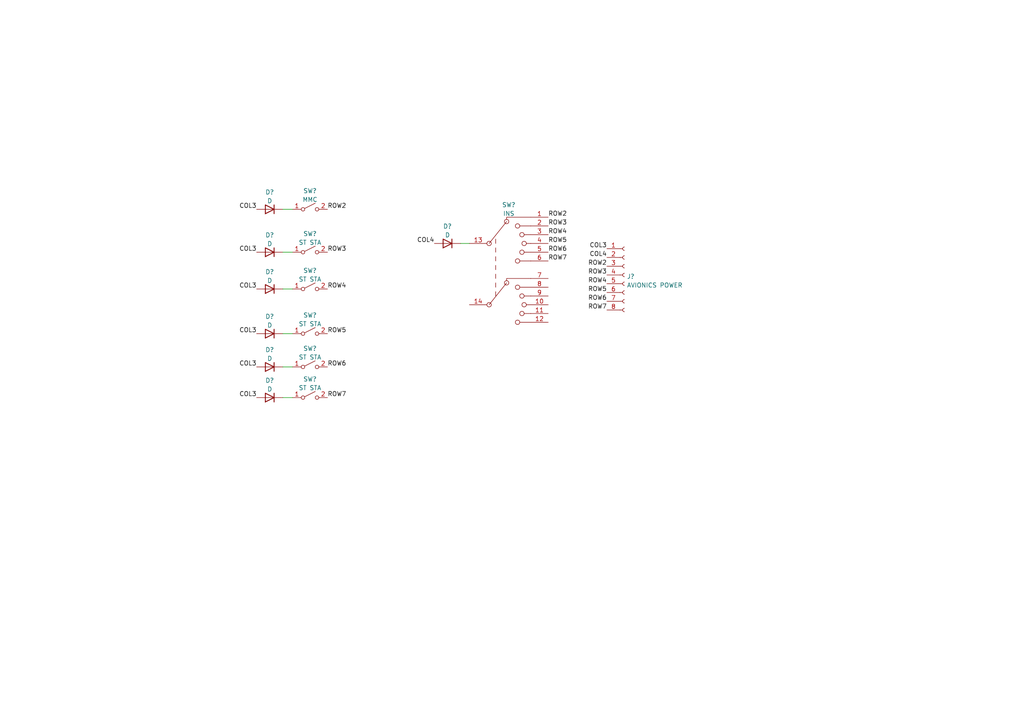
<source format=kicad_sch>
(kicad_sch (version 20211123) (generator eeschema)
  (paper "A4")
  (lib_symbols
    (symbol "Connector:Conn_01x08_Female" (pin_names (offset 1.016) hide)
      (property "Reference" "J" (at 0 10.16 0))
      (property "Value" "Conn_01x08_Female" (at 0 -12.7 0))
      (symbol "Conn_01x08_Female_1_1"
        (arc (start 0 -9.652) (mid -0.508 -10.16) (end 0 -10.668) (stroke (width 0.1524)))
        (arc (start 0 -7.112) (mid -0.508 -7.62) (end 0 -8.128) (stroke (width 0.1524)))
        (arc (start 0 -4.572) (mid -0.508 -5.08) (end 0 -5.588) (stroke (width 0.1524)))
        (arc (start 0 -2.032) (mid -0.508 -2.54) (end 0 -3.048) (stroke (width 0.1524)))
        (polyline (pts (xy -1.27 -10.16) (xy -0.508 -10.16)) (stroke (width 0.1524)))
        (polyline (pts (xy -1.27 -7.62) (xy -0.508 -7.62)) (stroke (width 0.1524)))
        (polyline (pts (xy -1.27 -5.08) (xy -0.508 -5.08)) (stroke (width 0.1524)))
        (polyline (pts (xy -1.27 -2.54) (xy -0.508 -2.54)) (stroke (width 0.1524)))
        (polyline (pts (xy -1.27 0) (xy -0.508 0)) (stroke (width 0.1524)))
        (polyline (pts (xy -1.27 2.54) (xy -0.508 2.54)) (stroke (width 0.1524)))
        (polyline (pts (xy -1.27 5.08) (xy -0.508 5.08)) (stroke (width 0.1524)))
        (polyline (pts (xy -1.27 7.62) (xy -0.508 7.62)) (stroke (width 0.1524)))
        (arc (start 0 0.508) (mid -0.508 0) (end 0 -0.508) (stroke (width 0.1524)))
        (arc (start 0 3.048) (mid -0.508 2.54) (end 0 2.032) (stroke (width 0.1524)))
        (arc (start 0 5.588) (mid -0.508 5.08) (end 0 4.572) (stroke (width 0.1524)))
        (arc (start 0 8.128) (mid -0.508 7.62) (end 0 7.112) (stroke (width 0.1524)))
        (pin passive line (at -5.08 7.62 0) (length 3.81) (name "Pin_1") (number "1"))
        (pin passive line (at -5.08 5.08 0) (length 3.81) (name "Pin_2") (number "2"))
        (pin passive line (at -5.08 2.54 0) (length 3.81) (name "Pin_3") (number "3"))
        (pin passive line (at -5.08 0 0) (length 3.81) (name "Pin_4") (number "4"))
        (pin passive line (at -5.08 -2.54 0) (length 3.81) (name "Pin_5") (number "5"))
        (pin passive line (at -5.08 -5.08 0) (length 3.81) (name "Pin_6") (number "6"))
        (pin passive line (at -5.08 -7.62 0) (length 3.81) (name "Pin_7") (number "7"))
        (pin passive line (at -5.08 -10.16 0) (length 3.81) (name "Pin_8") (number "8"))
      )
    )
    (symbol "Device:D" (pin_numbers hide) (pin_names (offset 1.016) hide)
      (property "Reference" "D" (at 0 2.54 0))
      (property "Value" "D" (at 0 -2.54 0))
      (symbol "D_0_1"
        (polyline (pts (xy -1.27 1.27) (xy -1.27 -1.27)) (stroke (width 0.254)))
        (polyline (pts (xy 1.27 0) (xy -1.27 0)))
        (polyline (pts (xy 1.27 1.27) (xy 1.27 -1.27) (xy -1.27 0) (xy 1.27 1.27)) (stroke (width 0.254)))
      )
      (symbol "D_1_1"
        (pin passive line (at -3.81 0 0) (length 2.54) (name "K") (number "1"))
        (pin passive line (at 3.81 0 180) (length 2.54) (name "A") (number "2"))
      )
    )
    (symbol "Switch:SW_Rotary2x6" (pin_names (offset 1.016) hide)
      (property "Reference" "SW" (at 0 17.78 0))
      (property "Value" "SW_Rotary2x6" (at 0 -17.78 0))
      (symbol "SW_Rotary2x6_0_0"
        (circle (center -4.445 -10.16) (radius 0.635))
        (circle (center -4.445 7.62) (radius 0.635))
        (polyline (pts (xy -4.445 -10.16) (xy 0.635 -3.81)))
        (polyline (pts (xy -4.445 7.62) (xy 0.635 13.97)))
        (polyline (pts (xy -2.54 -7.62) (xy -2.54 -6.35)))
        (polyline (pts (xy -2.54 -5.08) (xy -2.54 -3.81)))
        (polyline (pts (xy -2.54 -2.54) (xy -2.54 -1.27)))
        (polyline (pts (xy -2.54 0) (xy -2.54 1.27)))
        (polyline (pts (xy -2.54 2.54) (xy -2.54 3.81)))
        (polyline (pts (xy -2.54 5.08) (xy -2.54 6.35)))
        (polyline (pts (xy -2.54 7.62) (xy -2.54 8.89)))
        (polyline (pts (xy 4.445 -5.08) (xy 7.62 -5.08)))
        (polyline (pts (xy 4.445 12.7) (xy 7.62 12.7)))
        (polyline (pts (xy 5.715 -12.7) (xy 7.62 -12.7)))
        (polyline (pts (xy 5.715 -7.62) (xy 7.62 -7.62)))
        (polyline (pts (xy 5.715 5.08) (xy 7.62 5.08)))
        (polyline (pts (xy 5.715 10.16) (xy 7.62 10.16)))
        (polyline (pts (xy 6.35 -10.16) (xy 7.62 -10.16)))
        (polyline (pts (xy 6.35 7.62) (xy 7.62 7.62)))
        (polyline (pts (xy 7.62 -15.24) (xy 4.445 -15.24)))
        (polyline (pts (xy 7.62 2.54) (xy 4.445 2.54)))
        (polyline (pts (xy 0.635 -3.175) (xy 0.635 -2.54) (xy 7.62 -2.54)))
        (polyline (pts (xy 0.635 14.605) (xy 0.635 15.24) (xy 7.62 15.24)))
        (circle (center 0.635 -3.81) (radius 0.635))
        (circle (center 0.635 13.97) (radius 0.635))
        (circle (center 3.81 -15.24) (radius 0.635))
        (circle (center 3.81 -5.08) (radius 0.635))
        (circle (center 3.81 2.54) (radius 0.635))
        (circle (center 3.81 12.7) (radius 0.635))
        (circle (center 5.08 -12.7) (radius 0.635))
        (circle (center 5.08 -7.62) (radius 0.635))
        (circle (center 5.08 5.08) (radius 0.635))
        (circle (center 5.08 10.16) (radius 0.635))
        (circle (center 5.715 -10.16) (radius 0.635))
        (circle (center 5.715 7.62) (radius 0.635))
      )
      (symbol "SW_Rotary2x6_0_1"
        (pin passive line (at 12.7 15.24 180) (length 5.08) (name "1") (number "1"))
        (pin passive line (at 12.7 -10.16 180) (length 5.08) (name "10") (number "10"))
        (pin passive line (at 12.7 -12.7 180) (length 5.08) (name "11") (number "11"))
        (pin passive line (at 12.7 -15.24 180) (length 5.08) (name "12") (number "12"))
        (pin passive line (at -10.16 7.62 0) (length 5.08) (name "13") (number "13"))
        (pin passive line (at -10.16 -10.16 0) (length 5.08) (name "14") (number "14"))
        (pin passive line (at 12.7 12.7 180) (length 5.08) (name "2") (number "2"))
        (pin passive line (at 12.7 10.16 180) (length 5.08) (name "3") (number "3"))
        (pin passive line (at 12.7 7.62 180) (length 5.08) (name "4") (number "4"))
        (pin passive line (at 12.7 5.08 180) (length 5.08) (name "5") (number "5"))
        (pin passive line (at 12.7 2.54 180) (length 5.08) (name "6") (number "6"))
        (pin passive line (at 12.7 -2.54 180) (length 5.08) (name "7") (number "7"))
        (pin passive line (at 12.7 -5.08 180) (length 5.08) (name "8") (number "8"))
        (pin passive line (at 12.7 -7.62 180) (length 5.08) (name "9") (number "9"))
      )
    )
    (symbol "Switch:SW_SPST" (pin_names (offset 0) hide)
      (property "Reference" "SW" (at 0 3.175 0))
      (property "Value" "SW_SPST" (at 0 -2.54 0))
      (symbol "SW_SPST_0_0"
        (circle (center -2.032 0) (radius 0.508))
        (polyline (pts (xy -1.524 0.254) (xy 1.524 1.778)))
        (circle (center 2.032 0) (radius 0.508))
      )
      (symbol "SW_SPST_1_1"
        (pin passive line (at -5.08 0 0) (length 2.54) (name "A") (number "1"))
        (pin passive line (at 5.08 0 180) (length 2.54) (name "B") (number "2"))
      )
    )
  )
  (wire (pts (xy 82.042 96.774) (xy 84.836 96.774)))
  (wire (pts (xy 82.042 73.152) (xy 84.836 73.152)))
  (wire (pts (xy 82.042 60.706) (xy 84.836 60.706)))
  (wire (pts (xy 82.042 83.82) (xy 84.836 83.82)))
  (wire (pts (xy 133.604 70.612) (xy 136.144 70.612)))
  (wire (pts (xy 82.042 115.316) (xy 84.836 115.316)))
  (wire (pts (xy 82.042 106.426) (xy 84.836 106.426)))
  (label "ROW3" (at 159.004 65.532 0))
  (label "ROW3" (at 94.996 73.152 0))
  (label "ROW4" (at 159.004 68.072 0))
  (label "COL3" (at 74.422 96.774 180))
  (label "COL4" (at 176.022 74.676 180))
  (label "ROW5" (at 176.022 84.836 180))
  (label "COL3" (at 74.422 106.426 180))
  (label "ROW4" (at 176.022 82.296 180))
  (label "ROW5" (at 159.004 70.612 0))
  (label "COL3" (at 74.422 115.316 180))
  (label "ROW2" (at 176.022 77.216 180))
  (label "ROW2" (at 94.996 60.706 0))
  (label "COL3" (at 74.422 60.706 180))
  (label "ROW2" (at 159.004 62.992 0))
  (label "ROW6" (at 159.004 73.152 0))
  (label "COL4" (at 125.984 70.612 180))
  (label "COL3" (at 176.022 72.136 180))
  (label "ROW3" (at 176.022 79.756 180))
  (label "ROW6" (at 176.022 87.376 180))
  (label "ROW7" (at 159.004 75.692 0))
  (label "COL3" (at 74.422 73.152 180))
  (label "ROW5" (at 94.996 96.774 0))
  (label "ROW4" (at 94.996 83.82 0))
  (label "ROW6" (at 94.996 106.426 0))
  (label "ROW7" (at 94.996 115.316 0))
  (label "COL3" (at 74.422 83.82 180))
  (label "ROW7" (at 176.022 89.916 180))
  (symbol (lib_id "Device:D") (at 129.794 70.612 180) (unit 1)
    (property "Reference" "D?" (at 129.794 65.6422 0))
    (property "Value" "D" (at 129.794 68.1791 0))
  )
  (symbol (lib_id "Switch:SW_SPST") (at 89.916 115.316 0) (unit 1)
    (property "Reference" "SW?" (at 89.916 109.9652 0))
    (property "Value" "ST STA" (at 89.916 112.5021 0))
  )
  (symbol (lib_id "Switch:SW_SPST") (at 89.916 106.426 0) (unit 1)
    (property "Reference" "SW?" (at 89.916 101.0752 0))
    (property "Value" "ST STA" (at 89.916 103.6121 0))
  )
  (symbol (lib_id "Switch:SW_Rotary2x6") (at 146.304 78.232 0) (unit 1)
    (property "Reference" "SW?" (at 147.574 59.4192 0))
    (property "Value" "INS" (at 147.574 61.9561 0))
    (property "Datasheet" "http://cdn-reichelt.de/documents/datenblatt/C200/DS-Serie%23LOR.pdf" (effects hide))
  )
  (symbol (lib_id "Device:D") (at 78.232 73.152 180) (unit 1)
    (property "Reference" "D?" (at 78.232 68.1822 0))
    (property "Value" "D" (at 78.232 70.7191 0))
  )
  (symbol (lib_id "Device:D") (at 78.232 83.82 180) (unit 1)
    (property "Reference" "D?" (at 78.232 78.8502 0))
    (property "Value" "D" (at 78.232 81.3871 0))
  )
  (symbol (lib_id "Device:D") (at 78.232 96.774 180) (unit 1)
    (property "Reference" "D?" (at 78.232 91.8042 0))
    (property "Value" "D" (at 78.232 94.3411 0))
  )
  (symbol (lib_id "Switch:SW_SPST") (at 89.916 73.152 0) (unit 1)
    (property "Reference" "SW?" (at 89.916 67.8012 0))
    (property "Value" "ST STA" (at 89.916 70.3381 0))
  )
  (symbol (lib_id "Device:D") (at 78.232 60.706 180) (unit 1)
    (property "Reference" "D?" (at 78.232 55.7362 0))
    (property "Value" "D" (at 78.232 58.2731 0))
  )
  (symbol (lib_id "Switch:SW_SPST") (at 89.916 83.82 0) (unit 1)
    (property "Reference" "SW?" (at 89.916 78.4692 0))
    (property "Value" "ST STA" (at 89.916 81.0061 0))
  )
  (symbol (lib_id "Connector:Conn_01x08_Female") (at 181.102 79.756 0) (unit 1)
    (property "Reference" "J?" (at 181.8132 80.1913 0) (effects (justify left)))
    (property "Value" "AVIONICS POWER" (at 181.8132 82.7282 0) (effects (justify left)))
  )
  (symbol (lib_id "Device:D") (at 78.232 106.426 180) (unit 1)
    (property "Reference" "D?" (at 78.232 101.4562 0))
    (property "Value" "D" (at 78.232 103.9931 0))
  )
  (symbol (lib_id "Switch:SW_SPST") (at 89.916 96.774 0) (unit 1)
    (property "Reference" "SW?" (at 89.916 91.4232 0))
    (property "Value" "ST STA" (at 89.916 93.9601 0))
  )
  (symbol (lib_id "Device:D") (at 78.232 115.316 180) (unit 1)
    (property "Reference" "D?" (at 78.232 110.3462 0))
    (property "Value" "D" (at 78.232 112.8831 0))
  )
  (symbol (lib_id "Switch:SW_SPST") (at 89.916 60.706 0) (unit 1)
    (property "Reference" "SW?" (at 89.916 55.3552 0))
    (property "Value" "MMC" (at 89.916 57.8921 0))
  )
)
</source>
